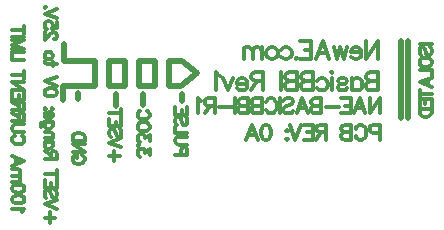
<source format=gbo>
G04*
G04 #@! TF.GenerationSoftware,Altium Limited,Altium Designer,21.9.1 (22)*
G04*
G04 Layer_Color=32896*
%FSLAX25Y25*%
%MOIN*%
G70*
G04*
G04 #@! TF.SameCoordinates,F23F8E4B-2793-4E4E-BA0B-7ABB5D69BE03*
G04*
G04*
G04 #@! TF.FilePolarity,Positive*
G04*
G01*
G75*
%ADD16C,0.01200*%
%ADD59C,0.02000*%
D16*
X106012Y102775D02*
X106203Y103156D01*
X106774Y103727D01*
X102775D01*
X106774Y106850D02*
X106583Y106279D01*
X106012Y105898D01*
X105060Y105708D01*
X104489D01*
X103536Y105898D01*
X102965Y106279D01*
X102775Y106850D01*
Y107231D01*
X102965Y107802D01*
X103536Y108183D01*
X104489Y108374D01*
X105060D01*
X106012Y108183D01*
X106583Y107802D01*
X106774Y107231D01*
Y106850D01*
Y110411D02*
X106583Y109840D01*
X106012Y109459D01*
X105060Y109269D01*
X104489D01*
X103536Y109459D01*
X102965Y109840D01*
X102775Y110411D01*
Y110792D01*
X102965Y111363D01*
X103536Y111744D01*
X104489Y111935D01*
X105060D01*
X106012Y111744D01*
X106583Y111363D01*
X106774Y110792D01*
Y110411D01*
X105441Y112830D02*
X102775D01*
X104679D02*
X105251Y113401D01*
X105441Y113782D01*
Y114353D01*
X105251Y114734D01*
X104679Y114925D01*
X102775D01*
X104679D02*
X105251Y115496D01*
X105441Y115877D01*
Y116448D01*
X105251Y116829D01*
X104679Y117019D01*
X102775D01*
Y121323D02*
X106774Y119800D01*
X102775Y118276D01*
X104108Y118848D02*
Y120752D01*
X105822Y128255D02*
X106203Y128065D01*
X106583Y127684D01*
X106774Y127303D01*
Y126541D01*
X106583Y126160D01*
X106203Y125779D01*
X105822Y125589D01*
X105251Y125399D01*
X104298D01*
X103727Y125589D01*
X103346Y125779D01*
X102965Y126160D01*
X102775Y126541D01*
Y127303D01*
X102965Y127684D01*
X103346Y128065D01*
X103727Y128255D01*
X106774Y129379D02*
X103917D01*
X103346Y129569D01*
X102965Y129950D01*
X102775Y130521D01*
Y130902D01*
X102965Y131473D01*
X103346Y131854D01*
X103917Y132045D01*
X106774D01*
Y133149D02*
X102775D01*
X106774D02*
Y134863D01*
X106583Y135434D01*
X106393Y135625D01*
X106012Y135815D01*
X105631D01*
X105251Y135625D01*
X105060Y135434D01*
X104870Y134863D01*
Y133149D01*
Y134482D02*
X102775Y135815D01*
X106774Y136710D02*
X102775D01*
X106774D02*
Y138424D01*
X106583Y138996D01*
X106393Y139186D01*
X106012Y139376D01*
X105631D01*
X105251Y139186D01*
X105060Y138996D01*
X104870Y138424D01*
Y136710D01*
Y138043D02*
X102775Y139376D01*
X106774Y142747D02*
Y140271D01*
X102775D01*
Y142747D01*
X104870Y140271D02*
Y141795D01*
X106774Y143414D02*
X102775D01*
X106774D02*
X102775Y146080D01*
X106774D02*
X102775D01*
X106774Y148517D02*
X102775D01*
X106774Y147184D02*
Y149850D01*
Y153469D02*
X102775D01*
Y155754D01*
X106774Y156192D02*
X102775D01*
X106774Y157030D02*
X102775D01*
X106774D02*
X102775Y158553D01*
X106774Y160077D02*
X102775Y158553D01*
X106774Y160077D02*
X102775D01*
X106774Y161219D02*
X102775D01*
X106774Y163390D02*
X102775D01*
X106774Y162057D02*
Y164723D01*
X116984Y100945D02*
X113557D01*
X115271Y99231D02*
Y102659D01*
X117556Y103840D02*
X113557Y105364D01*
X117556Y106887D02*
X113557Y105364D01*
X116984Y110067D02*
X117365Y109686D01*
X117556Y109115D01*
Y108353D01*
X117365Y107782D01*
X116984Y107401D01*
X116604D01*
X116223Y107592D01*
X116032Y107782D01*
X115842Y108163D01*
X115461Y109306D01*
X115271Y109686D01*
X115080Y109877D01*
X114699Y110067D01*
X114128D01*
X113747Y109686D01*
X113557Y109115D01*
Y108353D01*
X113747Y107782D01*
X114128Y107401D01*
X117556Y113438D02*
Y110962D01*
X113557D01*
Y113438D01*
X115652Y110962D02*
Y112486D01*
X117556Y115438D02*
X113557D01*
X117556Y114104D02*
Y116771D01*
Y120389D02*
X113557D01*
X117556D02*
Y122103D01*
X117365Y122674D01*
X117175Y122864D01*
X116794Y123055D01*
X116413D01*
X116032Y122864D01*
X115842Y122674D01*
X115652Y122103D01*
Y120389D01*
Y121722D02*
X113557Y123055D01*
X116223Y126235D02*
X113557D01*
X115652D02*
X116032Y125854D01*
X116223Y125473D01*
Y124902D01*
X116032Y124521D01*
X115652Y124140D01*
X115080Y123950D01*
X114699D01*
X114128Y124140D01*
X113747Y124521D01*
X113557Y124902D01*
Y125473D01*
X113747Y125854D01*
X114128Y126235D01*
X116223Y127302D02*
X113557D01*
X115461D02*
X116032Y127873D01*
X116223Y128254D01*
Y128825D01*
X116032Y129206D01*
X115461Y129396D01*
X113557D01*
X116223Y132729D02*
X113176D01*
X112604Y132539D01*
X112414Y132348D01*
X112224Y131967D01*
Y131396D01*
X112414Y131015D01*
X115652Y132729D02*
X116032Y132348D01*
X116223Y131967D01*
Y131396D01*
X116032Y131015D01*
X115652Y130634D01*
X115080Y130444D01*
X114699D01*
X114128Y130634D01*
X113747Y131015D01*
X113557Y131396D01*
Y131967D01*
X113747Y132348D01*
X114128Y132729D01*
X115080Y133795D02*
Y136081D01*
X115461D01*
X115842Y135890D01*
X116032Y135700D01*
X116223Y135319D01*
Y134748D01*
X116032Y134367D01*
X115652Y133986D01*
X115080Y133795D01*
X114699D01*
X114128Y133986D01*
X113747Y134367D01*
X113557Y134748D01*
Y135319D01*
X113747Y135700D01*
X114128Y136081D01*
X116223Y137128D02*
X116032Y136938D01*
X115842Y137128D01*
X116032Y137319D01*
X116223Y137128D01*
X113937D02*
X113747Y136938D01*
X113557Y137128D01*
X113747Y137319D01*
X113937Y137128D01*
X117556Y142479D02*
X117365Y141908D01*
X116794Y141527D01*
X115842Y141337D01*
X115271D01*
X114318Y141527D01*
X113747Y141908D01*
X113557Y142479D01*
Y142860D01*
X113747Y143431D01*
X114318Y143812D01*
X115271Y144003D01*
X115842D01*
X116794Y143812D01*
X117365Y143431D01*
X117556Y142860D01*
Y142479D01*
Y144898D02*
X113557Y146421D01*
X117556Y147945D02*
X113557Y146421D01*
X117556Y152173D02*
X114318D01*
X113747Y152363D01*
X113557Y152744D01*
Y153125D01*
X116223Y151601D02*
Y152934D01*
Y154648D02*
X116032Y154267D01*
X115652Y153886D01*
X115080Y153696D01*
X114699D01*
X114128Y153886D01*
X113747Y154267D01*
X113557Y154648D01*
Y155219D01*
X113747Y155600D01*
X114128Y155981D01*
X114699Y156172D01*
X115080D01*
X115652Y155981D01*
X116032Y155600D01*
X116223Y155219D01*
Y154648D01*
X116604Y160380D02*
X116794D01*
X117175Y160571D01*
X117365Y160761D01*
X117556Y161142D01*
Y161904D01*
X117365Y162285D01*
X117175Y162475D01*
X116794Y162665D01*
X116413D01*
X116032Y162475D01*
X115461Y162094D01*
X113557Y160190D01*
Y162856D01*
X117556Y166036D02*
Y164132D01*
X115842Y163941D01*
X116032Y164132D01*
X116223Y164703D01*
Y165274D01*
X116032Y165846D01*
X115652Y166227D01*
X115080Y166417D01*
X114699D01*
X114128Y166227D01*
X113747Y165846D01*
X113557Y165274D01*
Y164703D01*
X113747Y164132D01*
X113937Y163941D01*
X114318Y163751D01*
X117556Y167312D02*
X113557Y168836D01*
X117556Y170359D02*
X113557Y168836D01*
X113937Y171064D02*
X113747Y170873D01*
X113557Y171064D01*
X113747Y171254D01*
X113937Y171064D01*
X225178Y140668D02*
Y135669D01*
Y140668D02*
X221845Y135669D01*
Y140668D02*
Y135669D01*
X216656D02*
X218560Y140668D01*
X220465Y135669D01*
X219750Y137336D02*
X217370D01*
X212395Y140668D02*
X215490D01*
Y135669D01*
X212395D01*
X215490Y138288D02*
X213585D01*
X211562Y137812D02*
X207277D01*
X205801Y140668D02*
Y135669D01*
Y140668D02*
X203659D01*
X202945Y140430D01*
X202707Y140192D01*
X202468Y139716D01*
Y139240D01*
X202707Y138764D01*
X202945Y138526D01*
X203659Y138288D01*
X205801D02*
X203659D01*
X202945Y138050D01*
X202707Y137812D01*
X202468Y137336D01*
Y136621D01*
X202707Y136145D01*
X202945Y135907D01*
X203659Y135669D01*
X205801D01*
X197541D02*
X199445Y140668D01*
X201350Y135669D01*
X200636Y137336D02*
X198255D01*
X193042Y139954D02*
X193518Y140430D01*
X194232Y140668D01*
X195184D01*
X195898Y140430D01*
X196375Y139954D01*
Y139478D01*
X196137Y139002D01*
X195898Y138764D01*
X195422Y138526D01*
X193994Y138050D01*
X193518Y137812D01*
X193280Y137574D01*
X193042Y137098D01*
Y136383D01*
X193518Y135907D01*
X194232Y135669D01*
X195184D01*
X195898Y135907D01*
X196375Y136383D01*
X191923Y140668D02*
Y135669D01*
X187305Y139478D02*
X187543Y139954D01*
X188019Y140430D01*
X188495Y140668D01*
X189447D01*
X189924Y140430D01*
X190400Y139954D01*
X190638Y139478D01*
X190876Y138764D01*
Y137574D01*
X190638Y136860D01*
X190400Y136383D01*
X189924Y135907D01*
X189447Y135669D01*
X188495D01*
X188019Y135907D01*
X187543Y136383D01*
X187305Y136860D01*
X185901Y140668D02*
Y135669D01*
Y140668D02*
X183758D01*
X183044Y140430D01*
X182806Y140192D01*
X182568Y139716D01*
Y139240D01*
X182806Y138764D01*
X183044Y138526D01*
X183758Y138288D01*
X185901D02*
X183758D01*
X183044Y138050D01*
X182806Y137812D01*
X182568Y137336D01*
Y136621D01*
X182806Y136145D01*
X183044Y135907D01*
X183758Y135669D01*
X185901D01*
X181449Y140668D02*
Y135669D01*
Y140668D02*
X179307D01*
X178593Y140430D01*
X178355Y140192D01*
X178117Y139716D01*
Y139240D01*
X178355Y138764D01*
X178593Y138526D01*
X179307Y138288D01*
X181449D02*
X179307D01*
X178593Y138050D01*
X178355Y137812D01*
X178117Y137336D01*
Y136621D01*
X178355Y136145D01*
X178593Y135907D01*
X179307Y135669D01*
X181449D01*
X176998Y140668D02*
Y135669D01*
X175950Y137812D02*
X171666D01*
X170190Y140668D02*
Y135669D01*
Y140668D02*
X168047D01*
X167333Y140430D01*
X167095Y140192D01*
X166857Y139716D01*
Y139240D01*
X167095Y138764D01*
X167333Y138526D01*
X168047Y138288D01*
X170190D01*
X168523D02*
X166857Y135669D01*
X165738Y139716D02*
X165262Y139954D01*
X164548Y140668D01*
Y135669D01*
X225178Y129171D02*
X223036D01*
X222321Y129409D01*
X222083Y129647D01*
X221845Y130123D01*
Y130837D01*
X222083Y131313D01*
X222321Y131551D01*
X223036Y131790D01*
X225178D01*
Y126791D01*
X217156Y130599D02*
X217394Y131075D01*
X217870Y131551D01*
X218346Y131790D01*
X219298D01*
X219774Y131551D01*
X220250Y131075D01*
X220489Y130599D01*
X220726Y129885D01*
Y128695D01*
X220489Y127981D01*
X220250Y127505D01*
X219774Y127029D01*
X219298Y126791D01*
X218346D01*
X217870Y127029D01*
X217394Y127505D01*
X217156Y127981D01*
X215751Y131790D02*
Y126791D01*
Y131790D02*
X213609D01*
X212895Y131551D01*
X212657Y131313D01*
X212419Y130837D01*
Y130361D01*
X212657Y129885D01*
X212895Y129647D01*
X213609Y129409D01*
X215751D02*
X213609D01*
X212895Y129171D01*
X212657Y128933D01*
X212419Y128457D01*
Y127743D01*
X212657Y127267D01*
X212895Y127029D01*
X213609Y126791D01*
X215751D01*
X207372Y131790D02*
Y126791D01*
Y131790D02*
X205230D01*
X204516Y131551D01*
X204278Y131313D01*
X204040Y130837D01*
Y130361D01*
X204278Y129885D01*
X204516Y129647D01*
X205230Y129409D01*
X207372D01*
X205706D02*
X204040Y126791D01*
X199826Y131790D02*
X202921D01*
Y126791D01*
X199826D01*
X202921Y129409D02*
X201016D01*
X198993Y131790D02*
X197089Y126791D01*
X195184Y131790D02*
X197089Y126791D01*
X194304Y130123D02*
X194542Y129885D01*
X194304Y129647D01*
X194066Y129885D01*
X194304Y130123D01*
Y127267D02*
X194542Y127029D01*
X194304Y126791D01*
X194066Y127029D01*
X194304Y127267D01*
X187615Y131790D02*
X188329Y131551D01*
X188805Y130837D01*
X189043Y129647D01*
Y128933D01*
X188805Y127743D01*
X188329Y127029D01*
X187615Y126791D01*
X187138D01*
X186424Y127029D01*
X185948Y127743D01*
X185710Y128933D01*
Y129647D01*
X185948Y130837D01*
X186424Y131551D01*
X187138Y131790D01*
X187615D01*
X180783Y126791D02*
X182687Y131790D01*
X184591Y126791D01*
X183877Y128457D02*
X181497D01*
X224784Y159689D02*
Y153690D01*
Y159689D02*
X220785Y153690D01*
Y159689D02*
Y153690D01*
X219128Y155975D02*
X215701D01*
Y156547D01*
X215986Y157118D01*
X216272Y157404D01*
X216843Y157689D01*
X217700D01*
X218271Y157404D01*
X218843Y156832D01*
X219128Y155975D01*
Y155404D01*
X218843Y154547D01*
X218271Y153976D01*
X217700Y153690D01*
X216843D01*
X216272Y153976D01*
X215701Y154547D01*
X214415Y157689D02*
X213272Y153690D01*
X212130Y157689D02*
X213272Y153690D01*
X212130Y157689D02*
X210987Y153690D01*
X209845Y157689D02*
X210987Y153690D01*
X203874D02*
X206160Y159689D01*
X208445Y153690D01*
X207588Y155690D02*
X204731D01*
X198761Y159689D02*
X202475D01*
Y153690D01*
X198761D01*
X202475Y156832D02*
X200189D01*
X197476Y154261D02*
X197761Y153976D01*
X197476Y153690D01*
X197190Y153976D01*
X197476Y154261D01*
X192448Y156832D02*
X193020Y157404D01*
X193591Y157689D01*
X194448D01*
X195019Y157404D01*
X195590Y156832D01*
X195876Y155975D01*
Y155404D01*
X195590Y154547D01*
X195019Y153976D01*
X194448Y153690D01*
X193591D01*
X193020Y153976D01*
X192448Y154547D01*
X189735Y157689D02*
X190306Y157404D01*
X190877Y156832D01*
X191163Y155975D01*
Y155404D01*
X190877Y154547D01*
X190306Y153976D01*
X189735Y153690D01*
X188878D01*
X188306Y153976D01*
X187735Y154547D01*
X187449Y155404D01*
Y155975D01*
X187735Y156832D01*
X188306Y157404D01*
X188878Y157689D01*
X189735D01*
X186135D02*
Y153690D01*
Y156547D02*
X185278Y157404D01*
X184707Y157689D01*
X183850D01*
X183279Y157404D01*
X182993Y156547D01*
Y153690D01*
Y156547D02*
X182136Y157404D01*
X181565Y157689D01*
X180708D01*
X180137Y157404D01*
X179851Y156547D01*
Y153690D01*
X224784Y149325D02*
Y143326D01*
Y149325D02*
X222213D01*
X221356Y149039D01*
X221071Y148753D01*
X220785Y148182D01*
Y147611D01*
X221071Y147039D01*
X221356Y146754D01*
X222213Y146468D01*
X224784D02*
X222213D01*
X221356Y146183D01*
X221071Y145897D01*
X220785Y145326D01*
Y144469D01*
X221071Y143897D01*
X221356Y143612D01*
X222213Y143326D01*
X224784D01*
X216015Y147325D02*
Y143326D01*
Y146468D02*
X216586Y147039D01*
X217157Y147325D01*
X218014D01*
X218586Y147039D01*
X219157Y146468D01*
X219443Y145611D01*
Y145040D01*
X219157Y144183D01*
X218586Y143612D01*
X218014Y143326D01*
X217157D01*
X216586Y143612D01*
X216015Y144183D01*
X211273Y146468D02*
X211559Y147039D01*
X212416Y147325D01*
X213272D01*
X214129Y147039D01*
X214415Y146468D01*
X214129Y145897D01*
X213558Y145611D01*
X212130Y145326D01*
X211559Y145040D01*
X211273Y144469D01*
Y144183D01*
X211559Y143612D01*
X212416Y143326D01*
X213272D01*
X214129Y143612D01*
X214415Y144183D01*
X209445Y149325D02*
X209159Y149039D01*
X208873Y149325D01*
X209159Y149610D01*
X209445Y149325D01*
X209159Y147325D02*
Y143326D01*
X204389Y146468D02*
X204960Y147039D01*
X205531Y147325D01*
X206388D01*
X206960Y147039D01*
X207531Y146468D01*
X207817Y145611D01*
Y145040D01*
X207531Y144183D01*
X206960Y143612D01*
X206388Y143326D01*
X205531D01*
X204960Y143612D01*
X204389Y144183D01*
X203103Y149325D02*
Y143326D01*
Y149325D02*
X200532D01*
X199675Y149039D01*
X199390Y148753D01*
X199104Y148182D01*
Y147611D01*
X199390Y147039D01*
X199675Y146754D01*
X200532Y146468D01*
X203103D02*
X200532D01*
X199675Y146183D01*
X199390Y145897D01*
X199104Y145326D01*
Y144469D01*
X199390Y143897D01*
X199675Y143612D01*
X200532Y143326D01*
X203103D01*
X197761Y149325D02*
Y143326D01*
Y149325D02*
X195191D01*
X194334Y149039D01*
X194048Y148753D01*
X193762Y148182D01*
Y147611D01*
X194048Y147039D01*
X194334Y146754D01*
X195191Y146468D01*
X197761D02*
X195191D01*
X194334Y146183D01*
X194048Y145897D01*
X193762Y145326D01*
Y144469D01*
X194048Y143897D01*
X194334Y143612D01*
X195191Y143326D01*
X197761D01*
X192420Y149325D02*
Y143326D01*
X186450Y149325D02*
Y143326D01*
Y149325D02*
X183879D01*
X183022Y149039D01*
X182736Y148753D01*
X182450Y148182D01*
Y147611D01*
X182736Y147039D01*
X183022Y146754D01*
X183879Y146468D01*
X186450D01*
X184450D02*
X182450Y143326D01*
X181108Y145611D02*
X177680D01*
Y146183D01*
X177966Y146754D01*
X178251Y147039D01*
X178823Y147325D01*
X179680D01*
X180251Y147039D01*
X180822Y146468D01*
X181108Y145611D01*
Y145040D01*
X180822Y144183D01*
X180251Y143612D01*
X179680Y143326D01*
X178823D01*
X178251Y143612D01*
X177680Y144183D01*
X176395Y147325D02*
X174681Y143326D01*
X172967Y147325D02*
X174681Y143326D01*
X171996Y148182D02*
X171424Y148468D01*
X170567Y149325D01*
Y143326D01*
X148506Y121660D02*
Y123754D01*
X146983Y122612D01*
Y123183D01*
X146792Y123564D01*
X146602Y123754D01*
X146031Y123945D01*
X145650D01*
X145078Y123754D01*
X144697Y123373D01*
X144507Y122802D01*
Y122231D01*
X144697Y121660D01*
X144888Y121469D01*
X145269Y121279D01*
X144888Y125030D02*
X144697Y124840D01*
X144507Y125030D01*
X144697Y125221D01*
X144888Y125030D01*
X148506Y126478D02*
Y128572D01*
X146983Y127430D01*
Y128001D01*
X146792Y128382D01*
X146602Y128572D01*
X146031Y128763D01*
X145650D01*
X145078Y128572D01*
X144697Y128191D01*
X144507Y127620D01*
Y127049D01*
X144697Y126478D01*
X144888Y126287D01*
X145269Y126097D01*
X148506Y130800D02*
X148316Y130420D01*
X147935Y130039D01*
X147554Y129848D01*
X146983Y129658D01*
X146031D01*
X145459Y129848D01*
X145078Y130039D01*
X144697Y130420D01*
X144507Y130800D01*
Y131562D01*
X144697Y131943D01*
X145078Y132324D01*
X145459Y132514D01*
X146031Y132705D01*
X146983D01*
X147554Y132514D01*
X147935Y132324D01*
X148316Y131943D01*
X148506Y131562D01*
Y130800D01*
X147554Y136495D02*
X147935Y136304D01*
X148316Y135923D01*
X148506Y135542D01*
Y134781D01*
X148316Y134400D01*
X147935Y134019D01*
X147554Y133828D01*
X146983Y133638D01*
X146031D01*
X145459Y133828D01*
X145078Y134019D01*
X144697Y134400D01*
X144507Y134781D01*
Y135542D01*
X144697Y135923D01*
X145078Y136304D01*
X145459Y136495D01*
X138486Y121418D02*
X135058D01*
X136772Y119704D02*
Y123132D01*
X139057Y124312D02*
X135058Y125836D01*
X139057Y127359D02*
X135058Y125836D01*
X138486Y130540D02*
X138867Y130159D01*
X139057Y129587D01*
Y128826D01*
X138867Y128254D01*
X138486Y127874D01*
X138105D01*
X137724Y128064D01*
X137534Y128254D01*
X137344Y128635D01*
X136963Y129778D01*
X136772Y130159D01*
X136582Y130349D01*
X136201Y130540D01*
X135630D01*
X135249Y130159D01*
X135058Y129587D01*
Y128826D01*
X135249Y128254D01*
X135630Y127874D01*
X139057Y133910D02*
Y131435D01*
X135058D01*
Y133910D01*
X137153Y131435D02*
Y132958D01*
X139057Y135910D02*
X135058D01*
X139057Y134577D02*
Y137243D01*
X125900Y121773D02*
X126281Y121583D01*
X126662Y121202D01*
X126853Y120821D01*
Y120059D01*
X126662Y119678D01*
X126281Y119297D01*
X125900Y119107D01*
X125329Y118916D01*
X124377D01*
X123806Y119107D01*
X123425Y119297D01*
X123044Y119678D01*
X122854Y120059D01*
Y120821D01*
X123044Y121202D01*
X123425Y121583D01*
X123806Y121773D01*
X124377D01*
Y120821D02*
Y121773D01*
X126853Y122687D02*
X122854D01*
X126853D02*
X122854Y125353D01*
X126853D02*
X122854D01*
X126853Y126458D02*
X122854D01*
X126853D02*
Y127791D01*
X126662Y128362D01*
X126281Y128743D01*
X125900Y128933D01*
X125329Y129124D01*
X124377D01*
X123806Y128933D01*
X123425Y128743D01*
X123044Y128362D01*
X122854Y127791D01*
Y126458D01*
X159010Y121672D02*
Y123386D01*
X159200Y123958D01*
X159391Y124148D01*
X159772Y124338D01*
X160343D01*
X160724Y124148D01*
X160914Y123958D01*
X161105Y123386D01*
Y121672D01*
X157106D01*
X161105Y125234D02*
X158248D01*
X157677Y125424D01*
X157296Y125805D01*
X157106Y126376D01*
Y126757D01*
X157296Y127328D01*
X157677Y127709D01*
X158248Y127900D01*
X161105D01*
Y129004D02*
X157106D01*
Y131289D01*
X160533Y134394D02*
X160914Y134013D01*
X161105Y133441D01*
Y132680D01*
X160914Y132108D01*
X160533Y131727D01*
X160152D01*
X159772Y131918D01*
X159581Y132108D01*
X159391Y132489D01*
X159010Y133632D01*
X158819Y134013D01*
X158629Y134203D01*
X158248Y134394D01*
X157677D01*
X157296Y134013D01*
X157106Y133441D01*
Y132680D01*
X157296Y132108D01*
X157677Y131727D01*
X161105Y137764D02*
Y135289D01*
X157106D01*
Y137764D01*
X159200Y135289D02*
Y136812D01*
X238502Y158642D02*
X242501D01*
X239073Y155139D02*
X238692Y155519D01*
X238502Y156091D01*
Y156852D01*
X238692Y157424D01*
X239073Y157805D01*
X239454D01*
X239835Y157614D01*
X240025Y157424D01*
X240216Y157043D01*
X240596Y155900D01*
X240787Y155519D01*
X240977Y155329D01*
X241358Y155139D01*
X241930D01*
X242310Y155519D01*
X242501Y156091D01*
Y156852D01*
X242310Y157424D01*
X241930Y157805D01*
X238502Y153101D02*
X238692Y153482D01*
X239073Y153863D01*
X239454Y154053D01*
X240025Y154244D01*
X240977D01*
X241549Y154053D01*
X241930Y153863D01*
X242310Y153482D01*
X242501Y153101D01*
Y152339D01*
X242310Y151958D01*
X241930Y151577D01*
X241549Y151387D01*
X240977Y151197D01*
X240025D01*
X239454Y151387D01*
X239073Y151577D01*
X238692Y151958D01*
X238502Y152339D01*
Y153101D01*
Y150263D02*
X242501D01*
Y147978D01*
Y144493D02*
X238502Y146017D01*
X242501Y147540D01*
X241168Y146969D02*
Y145064D01*
X238502Y142227D02*
X242501D01*
X238502Y143560D02*
Y140894D01*
Y137942D02*
Y140418D01*
X242501D01*
Y137942D01*
X240406Y140418D02*
Y138894D01*
X238502Y137276D02*
X242501D01*
X238502D02*
Y135943D01*
X238692Y135371D01*
X239073Y134991D01*
X239454Y134800D01*
X240025Y134610D01*
X240977D01*
X241549Y134800D01*
X241930Y134991D01*
X242310Y135371D01*
X242501Y135943D01*
Y137276D01*
D59*
X124803Y140551D02*
Y142520D01*
X137402Y138189D02*
Y142126D01*
X146457Y138583D02*
Y142126D01*
X159449Y139764D02*
Y142126D01*
X135039Y144882D02*
Y153150D01*
Y144882D02*
X140157D01*
X135039Y153150D02*
X140157D01*
X130315Y144882D02*
Y153150D01*
X120079D02*
X130315D01*
X120079D02*
Y158661D01*
X119685Y140157D02*
Y144882D01*
X130315D01*
X140157D02*
Y153150D01*
X150394Y144882D02*
Y153150D01*
X144882Y144882D02*
X150394D01*
X144882D02*
Y153150D01*
X150394D01*
X159055Y144882D02*
X164173Y149213D01*
X155118Y144882D02*
X159055D01*
X155118D02*
Y153150D01*
X159449D01*
X164173Y149213D01*
X232283Y134252D02*
Y159843D01*
X234646Y134252D02*
Y159843D01*
M02*

</source>
